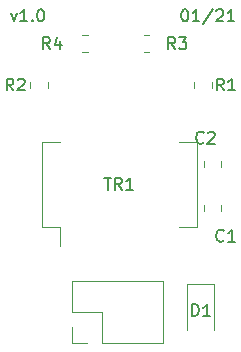
<source format=gto>
G04 #@! TF.GenerationSoftware,KiCad,Pcbnew,5.1.9*
G04 #@! TF.CreationDate,2021-01-28T17:40:55+01:00*
G04 #@! TF.ProjectId,Teensy4.1_Ethercon_adapter,5465656e-7379-4342-9e31-5f4574686572,1.0*
G04 #@! TF.SameCoordinates,PX80befc0PY6dac2c0*
G04 #@! TF.FileFunction,Legend,Top*
G04 #@! TF.FilePolarity,Positive*
%FSLAX46Y46*%
G04 Gerber Fmt 4.6, Leading zero omitted, Abs format (unit mm)*
G04 Created by KiCad (PCBNEW 5.1.9) date 2021-01-28 17:40:55*
%MOMM*%
%LPD*%
G01*
G04 APERTURE LIST*
%ADD10C,0.150000*%
%ADD11C,0.120000*%
G04 APERTURE END LIST*
D10*
X15500000Y28797620D02*
X15595238Y28797620D01*
X15690476Y28750000D01*
X15738095Y28702381D01*
X15785714Y28607143D01*
X15833333Y28416667D01*
X15833333Y28178572D01*
X15785714Y27988096D01*
X15738095Y27892858D01*
X15690476Y27845239D01*
X15595238Y27797620D01*
X15500000Y27797620D01*
X15404761Y27845239D01*
X15357142Y27892858D01*
X15309523Y27988096D01*
X15261904Y28178572D01*
X15261904Y28416667D01*
X15309523Y28607143D01*
X15357142Y28702381D01*
X15404761Y28750000D01*
X15500000Y28797620D01*
X16785714Y27797620D02*
X16214285Y27797620D01*
X16500000Y27797620D02*
X16500000Y28797620D01*
X16404761Y28654762D01*
X16309523Y28559524D01*
X16214285Y28511905D01*
X17928571Y28845239D02*
X17071428Y27559524D01*
X18214285Y28702381D02*
X18261904Y28750000D01*
X18357142Y28797620D01*
X18595238Y28797620D01*
X18690476Y28750000D01*
X18738095Y28702381D01*
X18785714Y28607143D01*
X18785714Y28511905D01*
X18738095Y28369048D01*
X18166666Y27797620D01*
X18785714Y27797620D01*
X19738095Y27797620D02*
X19166666Y27797620D01*
X19452380Y27797620D02*
X19452380Y28797620D01*
X19357142Y28654762D01*
X19261904Y28559524D01*
X19166666Y28511905D01*
X821428Y28464286D02*
X1059523Y27797620D01*
X1297619Y28464286D01*
X2202380Y27797620D02*
X1630952Y27797620D01*
X1916666Y27797620D02*
X1916666Y28797620D01*
X1821428Y28654762D01*
X1726190Y28559524D01*
X1630952Y28511905D01*
X2630952Y27892858D02*
X2678571Y27845239D01*
X2630952Y27797620D01*
X2583333Y27845239D01*
X2630952Y27892858D01*
X2630952Y27797620D01*
X3297619Y28797620D02*
X3392857Y28797620D01*
X3488095Y28750000D01*
X3535714Y28702381D01*
X3583333Y28607143D01*
X3630952Y28416667D01*
X3630952Y28178572D01*
X3583333Y27988096D01*
X3535714Y27892858D01*
X3488095Y27845239D01*
X3392857Y27797620D01*
X3297619Y27797620D01*
X3202380Y27845239D01*
X3154761Y27892858D01*
X3107142Y27988096D01*
X3059523Y28178572D01*
X3059523Y28416667D01*
X3107142Y28607143D01*
X3154761Y28702381D01*
X3202380Y28750000D01*
X3297619Y28797620D01*
D11*
X15765000Y5585000D02*
X15765000Y1700000D01*
X18035000Y5585000D02*
X15765000Y5585000D01*
X18035000Y1700000D02*
X18035000Y5585000D01*
X17165000Y12261252D02*
X17165000Y11738748D01*
X18635000Y12261252D02*
X18635000Y11738748D01*
X6872936Y25165000D02*
X7327064Y25165000D01*
X6872936Y26635000D02*
X7327064Y26635000D01*
X12060436Y25165000D02*
X12514564Y25165000D01*
X12060436Y26635000D02*
X12514564Y26635000D01*
X2465000Y22627064D02*
X2465000Y22172936D01*
X3935000Y22627064D02*
X3935000Y22172936D01*
X16365000Y22627064D02*
X16365000Y22172936D01*
X17835000Y22627064D02*
X17835000Y22172936D01*
X17165000Y15961252D02*
X17165000Y15438748D01*
X18635000Y15961252D02*
X18635000Y15438748D01*
X4975000Y8800000D02*
X4975000Y10400000D01*
X4975000Y10400000D02*
X3450000Y10400000D01*
X3450000Y10400000D02*
X3450000Y17600000D01*
X3450000Y17600000D02*
X4975000Y17600000D01*
X15025000Y10400000D02*
X16550000Y10400000D01*
X16550000Y10400000D02*
X16550000Y17600000D01*
X16550000Y17600000D02*
X15025000Y17600000D01*
X5970000Y570000D02*
X5970000Y1900000D01*
X7300000Y570000D02*
X5970000Y570000D01*
X5970000Y3170000D02*
X5970000Y5770000D01*
X8570000Y3170000D02*
X5970000Y3170000D01*
X8570000Y570000D02*
X8570000Y3170000D01*
X5970000Y5770000D02*
X13710000Y5770000D01*
X8570000Y570000D02*
X13710000Y570000D01*
X13710000Y570000D02*
X13710000Y5770000D01*
D10*
X16161904Y2847620D02*
X16161904Y3847620D01*
X16400000Y3847620D01*
X16542857Y3800000D01*
X16638095Y3704762D01*
X16685714Y3609524D01*
X16733333Y3419048D01*
X16733333Y3276191D01*
X16685714Y3085715D01*
X16638095Y2990477D01*
X16542857Y2895239D01*
X16400000Y2847620D01*
X16161904Y2847620D01*
X17685714Y2847620D02*
X17114285Y2847620D01*
X17400000Y2847620D02*
X17400000Y3847620D01*
X17304761Y3704762D01*
X17209523Y3609524D01*
X17114285Y3561905D01*
X18833333Y9242858D02*
X18785714Y9195239D01*
X18642857Y9147620D01*
X18547619Y9147620D01*
X18404761Y9195239D01*
X18309523Y9290477D01*
X18261904Y9385715D01*
X18214285Y9576191D01*
X18214285Y9719048D01*
X18261904Y9909524D01*
X18309523Y10004762D01*
X18404761Y10100000D01*
X18547619Y10147620D01*
X18642857Y10147620D01*
X18785714Y10100000D01*
X18833333Y10052381D01*
X19785714Y9147620D02*
X19214285Y9147620D01*
X19500000Y9147620D02*
X19500000Y10147620D01*
X19404761Y10004762D01*
X19309523Y9909524D01*
X19214285Y9861905D01*
X4133333Y25447620D02*
X3800000Y25923810D01*
X3561904Y25447620D02*
X3561904Y26447620D01*
X3942857Y26447620D01*
X4038095Y26400000D01*
X4085714Y26352381D01*
X4133333Y26257143D01*
X4133333Y26114286D01*
X4085714Y26019048D01*
X4038095Y25971429D01*
X3942857Y25923810D01*
X3561904Y25923810D01*
X4990476Y26114286D02*
X4990476Y25447620D01*
X4752380Y26495239D02*
X4514285Y25780953D01*
X5133333Y25780953D01*
X14733333Y25447620D02*
X14400000Y25923810D01*
X14161904Y25447620D02*
X14161904Y26447620D01*
X14542857Y26447620D01*
X14638095Y26400000D01*
X14685714Y26352381D01*
X14733333Y26257143D01*
X14733333Y26114286D01*
X14685714Y26019048D01*
X14638095Y25971429D01*
X14542857Y25923810D01*
X14161904Y25923810D01*
X15066666Y26447620D02*
X15685714Y26447620D01*
X15352380Y26066667D01*
X15495238Y26066667D01*
X15590476Y26019048D01*
X15638095Y25971429D01*
X15685714Y25876191D01*
X15685714Y25638096D01*
X15638095Y25542858D01*
X15590476Y25495239D01*
X15495238Y25447620D01*
X15209523Y25447620D01*
X15114285Y25495239D01*
X15066666Y25542858D01*
X1033333Y21947620D02*
X700000Y22423810D01*
X461904Y21947620D02*
X461904Y22947620D01*
X842857Y22947620D01*
X938095Y22900000D01*
X985714Y22852381D01*
X1033333Y22757143D01*
X1033333Y22614286D01*
X985714Y22519048D01*
X938095Y22471429D01*
X842857Y22423810D01*
X461904Y22423810D01*
X1414285Y22852381D02*
X1461904Y22900000D01*
X1557142Y22947620D01*
X1795238Y22947620D01*
X1890476Y22900000D01*
X1938095Y22852381D01*
X1985714Y22757143D01*
X1985714Y22661905D01*
X1938095Y22519048D01*
X1366666Y21947620D01*
X1985714Y21947620D01*
X18833333Y21947620D02*
X18500000Y22423810D01*
X18261904Y21947620D02*
X18261904Y22947620D01*
X18642857Y22947620D01*
X18738095Y22900000D01*
X18785714Y22852381D01*
X18833333Y22757143D01*
X18833333Y22614286D01*
X18785714Y22519048D01*
X18738095Y22471429D01*
X18642857Y22423810D01*
X18261904Y22423810D01*
X19785714Y21947620D02*
X19214285Y21947620D01*
X19500000Y21947620D02*
X19500000Y22947620D01*
X19404761Y22804762D01*
X19309523Y22709524D01*
X19214285Y22661905D01*
X17133333Y17542858D02*
X17085714Y17495239D01*
X16942857Y17447620D01*
X16847619Y17447620D01*
X16704761Y17495239D01*
X16609523Y17590477D01*
X16561904Y17685715D01*
X16514285Y17876191D01*
X16514285Y18019048D01*
X16561904Y18209524D01*
X16609523Y18304762D01*
X16704761Y18400000D01*
X16847619Y18447620D01*
X16942857Y18447620D01*
X17085714Y18400000D01*
X17133333Y18352381D01*
X17514285Y18352381D02*
X17561904Y18400000D01*
X17657142Y18447620D01*
X17895238Y18447620D01*
X17990476Y18400000D01*
X18038095Y18352381D01*
X18085714Y18257143D01*
X18085714Y18161905D01*
X18038095Y18019048D01*
X17466666Y17447620D01*
X18085714Y17447620D01*
X8738095Y14547620D02*
X9309523Y14547620D01*
X9023809Y13547620D02*
X9023809Y14547620D01*
X10214285Y13547620D02*
X9880952Y14023810D01*
X9642857Y13547620D02*
X9642857Y14547620D01*
X10023809Y14547620D01*
X10119047Y14500000D01*
X10166666Y14452381D01*
X10214285Y14357143D01*
X10214285Y14214286D01*
X10166666Y14119048D01*
X10119047Y14071429D01*
X10023809Y14023810D01*
X9642857Y14023810D01*
X11166666Y13547620D02*
X10595238Y13547620D01*
X10880952Y13547620D02*
X10880952Y14547620D01*
X10785714Y14404762D01*
X10690476Y14309524D01*
X10595238Y14261905D01*
M02*

</source>
